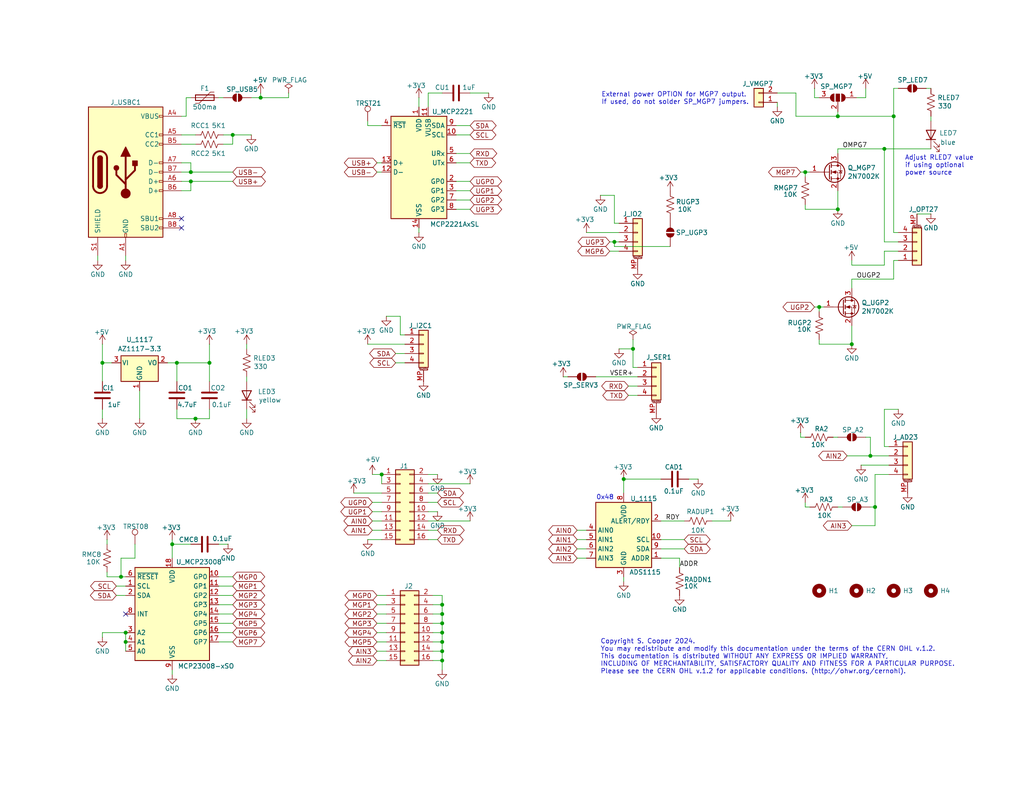
<source format=kicad_sch>
(kicad_sch (version 20231120) (generator "eeschema") (generator_version "8.0")
  (paper "USLetter")
  (title_block (title "UsbGpio") (date "2024-10-06") (rev "1b"))
  (junction (at 120.65 170.18))
  (junction (at 48.26 99.06))
  (junction (at 57.15 99.06))
  (junction (at 52.07 46.99))
  (junction (at 243.84 31.75))
  (junction (at 238.76 138.43))
  (junction (at 33.02 157.48))
  (junction (at 71.12 26.67))
  (junction (at 120.65 167.64))
  (junction (at 223.52 83.82))
  (junction (at 27.94 99.06))
  (junction (at 120.65 172.72))
  (junction (at 172.72 95.25))
  (junction (at 228.6 57.15))
  (junction (at 120.65 165.1))
  (junction (at 53.34 114.3))
  (junction (at 120.65 175.26))
  (junction (at 34.29 175.26))
  (junction (at 219.71 46.99))
  (junction (at 241.3 40.64))
  (junction (at 120.65 180.34))
  (junction (at 237.49 124.46))
  (junction (at 46.99 148.59))
  (junction (at 52.07 49.53))
  (junction (at 104.14 129.54))
  (junction (at 63.5 36.83))
  (junction (at 232.41 93.98))
  (junction (at 34.29 172.72))
  (junction (at 170.18 130.81))
  (junction (at 167.64 66.04))
  (junction (at 120.65 177.8))
  (junction (at 228.6 31.75))
  (no_connect (at 34.29 167.64))
  (no_connect (at 49.53 59.69))
  (no_connect (at 49.53 62.23))
  (wire (pts (xy 167.64 66.04) (xy 168.91 66.04)))
  (wire (pts (xy 114.3 26.67) (xy 114.3 29.21)))
  (wire (pts (xy 27.94 111.76) (xy 27.94 114.3)))
  (wire (pts (xy 48.26 99.06) (xy 57.15 99.06)))
  (wire (pts (xy 34.29 172.72) (xy 27.94 172.72)))
  (wire (pts (xy 254 31.75) (xy 254 33.02)))
  (wire (pts (xy 157.48 149.86) (xy 160.02 149.86)))
  (wire (pts (xy 166.37 68.58) (xy 168.91 68.58)))
  (wire (pts (xy 157.48 147.32) (xy 160.02 147.32)))
  (wire (pts (xy 241.3 40.64) (xy 241.3 66.04)))
  (wire (pts (xy 124.46 54.61) (xy 128.27 54.61)))
  (wire (pts (xy 160.02 63.5) (xy 168.91 63.5)))
  (wire (pts (xy 167.64 66.04) (xy 167.64 67.31)))
  (wire (pts (xy 241.3 68.58) (xy 241.3 72.39)))
  (wire (pts (xy 232.41 143.51) (xy 238.76 143.51)))
  (wire (pts (xy 120.65 25.4) (xy 116.84 25.4)))
  (wire (pts (xy 67.31 111.76) (xy 67.31 114.3)))
  (wire (pts (xy 33.02 157.48) (xy 33.02 152.4)))
  (wire (pts (xy 59.69 167.64) (xy 63.5 167.64)))
  (wire (pts (xy 219.71 138.43) (xy 220.98 138.43)))
  (wire (pts (xy 34.29 157.48) (xy 33.02 157.48)))
  (wire (pts (xy 120.65 177.8) (xy 120.65 180.34)))
  (wire (pts (xy 128.27 25.4) (xy 133.35 25.4)))
  (wire (pts (xy 49.53 31.75) (xy 50.8 31.75)))
  (wire (pts (xy 78.74 26.67) (xy 78.74 25.4)))
  (wire (pts (xy 124.46 34.29) (xy 128.27 34.29)))
  (wire (pts (xy 60.96 36.83) (xy 63.5 36.83)))
  (wire (pts (xy 241.3 40.64) (xy 254 40.64)))
  (wire (pts (xy 59.69 160.02) (xy 63.5 160.02)))
  (wire (pts (xy 118.11 167.64) (xy 120.65 167.64)))
  (wire (pts (xy 26.67 69.85) (xy 26.67 71.12)))
  (wire (pts (xy 36.83 152.4) (xy 36.83 148.59)))
  (wire (pts (xy 219.71 57.15) (xy 228.6 57.15)))
  (wire (pts (xy 118.11 172.72) (xy 120.65 172.72)))
  (wire (pts (xy 114.3 62.23) (xy 114.3 63.5)))
  (wire (pts (xy 243.84 71.12) (xy 245.11 71.12)))
  (wire (pts (xy 101.6 144.78) (xy 104.14 144.78)))
  (wire (pts (xy 124.46 44.45) (xy 128.27 44.45)))
  (wire (pts (xy 63.5 36.83) (xy 68.58 36.83)))
  (wire (pts (xy 243.84 24.13) (xy 245.11 24.13)))
  (wire (pts (xy 172.72 100.33) (xy 172.72 95.25)))
  (wire (pts (xy 153.67 102.87) (xy 154.94 102.87)))
  (wire (pts (xy 231.14 124.46) (xy 237.49 124.46)))
  (wire (pts (xy 120.65 175.26) (xy 120.65 177.8)))
  (wire (pts (xy 104.14 129.54) (xy 104.14 132.08)))
  (wire (pts (xy 49.53 46.99) (xy 52.07 46.99)))
  (wire (pts (xy 96.52 134.62) (xy 104.14 134.62)))
  (wire (pts (xy 67.31 102.87) (xy 67.31 104.14)))
  (wire (pts (xy 71.12 26.67) (xy 78.74 26.67)))
  (wire (pts (xy 212.09 27.94) (xy 212.09 29.21)))
  (wire (pts (xy 53.34 114.3) (xy 57.15 114.3)))
  (wire (pts (xy 50.8 26.67) (xy 52.07 26.67)))
  (wire (pts (xy 105.41 170.18) (xy 102.87 170.18)))
  (wire (pts (xy 50.8 31.75) (xy 50.8 26.67)))
  (wire (pts (xy 105.41 177.8) (xy 102.87 177.8)))
  (wire (pts (xy 223.52 93.98) (xy 232.41 93.98)))
  (wire (pts (xy 234.95 127) (xy 242.57 127)))
  (wire (pts (xy 223.52 26.67) (xy 222.25 26.67)))
  (wire (pts (xy 107.95 99.06) (xy 110.49 99.06)))
  (wire (pts (xy 101.6 129.54) (xy 104.14 129.54)))
  (wire (pts (xy 116.84 147.32) (xy 119.38 147.32)))
  (wire (pts (xy 101.6 139.7) (xy 104.14 139.7)))
  (wire (pts (xy 29.21 147.32) (xy 29.21 148.59)))
  (wire (pts (xy 238.76 129.54) (xy 238.76 138.43)))
  (wire (pts (xy 49.53 52.07) (xy 52.07 52.07)))
  (wire (pts (xy 236.22 119.38) (xy 237.49 119.38)))
  (wire (pts (xy 100.33 93.98) (xy 110.49 93.98)))
  (wire (pts (xy 166.37 66.04) (xy 167.64 66.04)))
  (wire (pts (xy 120.65 170.18) (xy 120.65 172.72)))
  (wire (pts (xy 222.25 83.82) (xy 223.52 83.82)))
  (wire (pts (xy 237.49 119.38) (xy 237.49 124.46)))
  (wire (pts (xy 116.84 132.08) (xy 128.27 132.08)))
  (wire (pts (xy 228.6 30.48) (xy 228.6 31.75)))
  (wire (pts (xy 170.18 157.48) (xy 170.18 158.75)))
  (wire (pts (xy 52.07 44.45) (xy 52.07 46.99)))
  (wire (pts (xy 118.11 162.56) (xy 120.65 162.56)))
  (wire (pts (xy 217.17 25.4) (xy 217.17 31.75)))
  (wire (pts (xy 242.57 121.92) (xy 241.3 121.92)))
  (wire (pts (xy 68.58 26.67) (xy 71.12 26.67)))
  (wire (pts (xy 48.26 111.76) (xy 48.26 114.3)))
  (wire (pts (xy 233.68 26.67) (xy 236.22 26.67)))
  (wire (pts (xy 243.84 71.12) (xy 243.84 76.2)))
  (wire (pts (xy 168.91 95.25) (xy 172.72 95.25)))
  (wire (pts (xy 34.29 172.72) (xy 34.29 175.26)))
  (wire (pts (xy 223.52 85.09) (xy 223.52 83.82)))
  (wire (pts (xy 243.84 31.75) (xy 243.84 24.13)))
  (wire (pts (xy 102.87 46.99) (xy 104.14 46.99)))
  (wire (pts (xy 241.3 111.76) (xy 245.11 111.76)))
  (wire (pts (xy 232.41 72.39) (xy 232.41 71.12)))
  (wire (pts (xy 49.53 36.83) (xy 53.34 36.83)))
  (wire (pts (xy 250.19 58.42) (xy 254 58.42)))
  (wire (pts (xy 101.6 142.24) (xy 104.14 142.24)))
  (wire (pts (xy 49.53 49.53) (xy 52.07 49.53)))
  (wire (pts (xy 232.41 88.9) (xy 232.41 93.98)))
  (wire (pts (xy 101.6 137.16) (xy 104.14 137.16)))
  (wire (pts (xy 212.09 25.4) (xy 217.17 25.4)))
  (wire (pts (xy 105.41 167.64) (xy 102.87 167.64)))
  (wire (pts (xy 232.41 76.2) (xy 243.84 76.2)))
  (wire (pts (xy 52.07 49.53) (xy 52.07 52.07)))
  (wire (pts (xy 218.44 119.38) (xy 218.44 118.11)))
  (wire (pts (xy 31.75 160.02) (xy 34.29 160.02)))
  (wire (pts (xy 194.31 142.24) (xy 199.39 142.24)))
  (wire (pts (xy 30.48 99.06) (xy 27.94 99.06)))
  (wire (pts (xy 116.84 142.24) (xy 128.27 142.24)))
  (wire (pts (xy 105.41 175.26) (xy 102.87 175.26)))
  (wire (pts (xy 120.65 167.64) (xy 120.65 170.18)))
  (wire (pts (xy 57.15 99.06) (xy 57.15 93.98)))
  (wire (pts (xy 118.11 165.1) (xy 120.65 165.1)))
  (wire (pts (xy 185.42 152.4) (xy 185.42 154.94)))
  (wire (pts (xy 45.72 99.06) (xy 48.26 99.06)))
  (wire (pts (xy 170.18 130.81) (xy 180.34 130.81)))
  (wire (pts (xy 167.64 67.31) (xy 182.88 67.31)))
  (wire (pts (xy 180.34 149.86) (xy 186.69 149.86)))
  (wire (pts (xy 59.69 165.1) (xy 63.5 165.1)))
  (wire (pts (xy 116.84 144.78) (xy 119.38 144.78)))
  (wire (pts (xy 157.48 152.4) (xy 160.02 152.4)))
  (wire (pts (xy 105.41 162.56) (xy 102.87 162.56)))
  (wire (pts (xy 228.6 40.64) (xy 241.3 40.64)))
  (wire (pts (xy 171.45 105.41) (xy 173.99 105.41)))
  (wire (pts (xy 120.65 180.34) (xy 120.65 182.88)))
  (wire (pts (xy 109.22 91.44) (xy 109.22 86.36)))
  (wire (pts (xy 59.69 162.56) (xy 63.5 162.56)))
  (wire (pts (xy 173.99 100.33) (xy 172.72 100.33)))
  (wire (pts (xy 187.96 130.81) (xy 190.5 130.81)))
  (wire (pts (xy 31.75 162.56) (xy 34.29 162.56)))
  (wire (pts (xy 124.46 36.83) (xy 128.27 36.83)))
  (wire (pts (xy 116.84 134.62) (xy 119.38 134.62)))
  (wire (pts (xy 27.94 93.98) (xy 27.94 99.06)))
  (wire (pts (xy 59.69 26.67) (xy 60.96 26.67)))
  (wire (pts (xy 232.41 72.39) (xy 241.3 72.39)))
  (wire (pts (xy 49.53 39.37) (xy 53.34 39.37)))
  (wire (pts (xy 238.76 138.43) (xy 238.76 143.51)))
  (wire (pts (xy 48.26 99.06) (xy 48.26 104.14)))
  (wire (pts (xy 232.41 76.2) (xy 232.41 78.74)))
  (wire (pts (xy 118.11 175.26) (xy 120.65 175.26)))
  (wire (pts (xy 34.29 175.26) (xy 34.29 177.8)))
  (wire (pts (xy 243.84 31.75) (xy 243.84 63.5)))
  (wire (pts (xy 118.11 180.34) (xy 120.65 180.34)))
  (wire (pts (xy 105.41 172.72) (xy 102.87 172.72)))
  (wire (pts (xy 27.94 172.72) (xy 27.94 173.99)))
  (wire (pts (xy 27.94 99.06) (xy 27.94 104.14)))
  (wire (pts (xy 238.76 138.43) (xy 237.49 138.43)))
  (wire (pts (xy 252.73 24.13) (xy 254 24.13)))
  (wire (pts (xy 236.22 26.67) (xy 236.22 24.13)))
  (wire (pts (xy 180.34 142.24) (xy 186.69 142.24)))
  (wire (pts (xy 57.15 114.3) (xy 57.15 111.76)))
  (wire (pts (xy 120.65 172.72) (xy 120.65 175.26)))
  (wire (pts (xy 224.79 83.82) (xy 223.52 83.82)))
  (wire (pts (xy 59.69 170.18) (xy 63.5 170.18)))
  (wire (pts (xy 219.71 48.26) (xy 219.71 46.99)))
  (wire (pts (xy 104.14 34.29) (xy 100.33 34.29)))
  (wire (pts (xy 67.31 93.98) (xy 67.31 95.25)))
  (wire (pts (xy 170.18 130.81) (xy 170.18 134.62)))
  (wire (pts (xy 116.84 25.4) (xy 116.84 29.21)))
  (wire (pts (xy 105.41 165.1) (xy 102.87 165.1)))
  (wire (pts (xy 120.65 162.56) (xy 120.65 165.1)))
  (wire (pts (xy 228.6 40.64) (xy 228.6 41.91)))
  (wire (pts (xy 219.71 55.88) (xy 219.71 57.15)))
  (wire (pts (xy 46.99 148.59) (xy 46.99 152.4)))
  (wire (pts (xy 124.46 41.91) (xy 128.27 41.91)))
  (wire (pts (xy 228.6 52.07) (xy 228.6 57.15)))
  (wire (pts (xy 105.41 180.34) (xy 102.87 180.34)))
  (wire (pts (xy 227.33 119.38) (xy 228.6 119.38)))
  (wire (pts (xy 46.99 182.88) (xy 46.99 184.15)))
  (wire (pts (xy 218.44 119.38) (xy 219.71 119.38)))
  (wire (pts (xy 222.25 26.67) (xy 222.25 24.13)))
  (wire (pts (xy 60.96 39.37) (xy 63.5 39.37)))
  (wire (pts (xy 172.72 92.71) (xy 172.72 95.25)))
  (wire (pts (xy 29.21 157.48) (xy 29.21 156.21)))
  (wire (pts (xy 219.71 137.16) (xy 219.71 138.43)))
  (wire (pts (xy 38.1 106.68) (xy 38.1 114.3)))
  (wire (pts (xy 237.49 124.46) (xy 242.57 124.46)))
  (wire (pts (xy 116.84 139.7) (xy 119.38 139.7)))
  (wire (pts (xy 46.99 148.59) (xy 52.07 148.59)))
  (wire (pts (xy 59.69 157.48) (xy 63.5 157.48)))
  (wire (pts (xy 241.3 68.58) (xy 245.11 68.58)))
  (wire (pts (xy 110.49 91.44) (xy 109.22 91.44)))
  (wire (pts (xy 220.98 46.99) (xy 219.71 46.99)))
  (wire (pts (xy 171.45 107.95) (xy 173.99 107.95)))
  (wire (pts (xy 71.12 25.4) (xy 71.12 26.67)))
  (wire (pts (xy 59.69 175.26) (xy 63.5 175.26)))
  (wire (pts (xy 223.52 92.71) (xy 223.52 93.98)))
  (wire (pts (xy 124.46 57.15) (xy 128.27 57.15)))
  (wire (pts (xy 63.5 36.83) (xy 63.5 39.37)))
  (wire (pts (xy 243.84 63.5) (xy 245.11 63.5)))
  (wire (pts (xy 49.53 44.45) (xy 52.07 44.45)))
  (wire (pts (xy 100.33 147.32) (xy 104.14 147.32)))
  (wire (pts (xy 118.11 177.8) (xy 120.65 177.8)))
  (wire (pts (xy 241.3 66.04) (xy 245.11 66.04)))
  (wire (pts (xy 167.64 60.96) (xy 167.64 53.34)))
  (wire (pts (xy 116.84 137.16) (xy 119.38 137.16)))
  (wire (pts (xy 33.02 152.4) (xy 36.83 152.4)))
  (wire (pts (xy 29.21 157.48) (xy 33.02 157.48)))
  (wire (pts (xy 46.99 147.32) (xy 46.99 148.59)))
  (wire (pts (xy 48.26 114.3) (xy 53.34 114.3)))
  (wire (pts (xy 59.69 172.72) (xy 63.5 172.72)))
  (wire (pts (xy 168.91 60.96) (xy 167.64 60.96)))
  (wire (pts (xy 107.95 96.52) (xy 110.49 96.52)))
  (wire (pts (xy 118.11 170.18) (xy 120.65 170.18)))
  (wire (pts (xy 120.65 165.1) (xy 120.65 167.64)))
  (wire (pts (xy 124.46 52.07) (xy 128.27 52.07)))
  (wire (pts (xy 241.3 121.92) (xy 241.3 111.76)))
  (wire (pts (xy 105.41 86.36) (xy 109.22 86.36)))
  (wire (pts (xy 116.84 129.54) (xy 119.38 129.54)))
  (wire (pts (xy 238.76 129.54) (xy 242.57 129.54)))
  (wire (pts (xy 180.34 147.32) (xy 186.69 147.32)))
  (wire (pts (xy 157.48 144.78) (xy 160.02 144.78)))
  (wire (pts (xy 124.46 49.53) (xy 128.27 49.53)))
  (wire (pts (xy 218.44 46.99) (xy 219.71 46.99)))
  (wire (pts (xy 102.87 44.45) (xy 104.14 44.45)))
  (wire (pts (xy 228.6 138.43) (xy 229.87 138.43)))
  (wire (pts (xy 52.07 49.53) (xy 63.5 49.53)))
  (wire (pts (xy 52.07 46.99) (xy 63.5 46.99)))
  (wire (pts (xy 57.15 99.06) (xy 57.15 104.14)))
  (wire (pts (xy 100.33 34.29) (xy 100.33 33.02)))
  (wire (pts (xy 180.34 152.4) (xy 185.42 152.4)))
  (wire (pts (xy 217.17 31.75) (xy 228.6 31.75)))
  (wire (pts (xy 34.29 69.85) (xy 34.29 71.12)))
  (wire (pts (xy 162.56 102.87) (xy 173.99 102.87)))
  (wire (pts (xy 163.83 53.34) (xy 167.64 53.34)))
  (wire (pts (xy 228.6 31.75) (xy 243.84 31.75)))
  (wire (pts (xy 59.69 148.59) (xy 62.23 148.59)))
  (text "External power OPTION for MGP7 output.\nIf used, do not solder SP_MGP7 jumpers." (at 164.084 28.702 0) (effects (font (size 1.27 1.27)) (justify left bottom)))
  (text "0x48" (at 165.1 135.89 0) (effects (font (size 1.27 1.27))))
  (text "Adjust RLED7 value\nif using optional\npower source" (at 246.888 48.006 0) (effects (font (size 1.27 1.27)) (justify left bottom)))
  (text "Copyright S. Cooper 2024.\nYou may redistribute and modify this documentation under the terms of the CERN OHL v.1.2.\nThis documentation is distributed WITHOUT ANY EXPRESS OR IMPLIED WARRANTY, \nINCLUDING OF MERCHANTABILITY, SATISFACTORY QUALITY AND FITNESS FOR A PARTICULAR PURPOSE.\nPlease see the CERN OHL v.1.2 for applicable conditions. (http://ohwr.org/cernohl)." (at 163.83 184.15 0) (effects (font (size 1.27 1.27)) (justify left bottom)))
  (label "OMPG7" (at 229.87 40.64 0))
  (label "ADDR" (at 185.42 154.94 0))
  (label "VSER+" (at 166.37 102.87 0))
  (label "RDY" (at 181.61 142.24 0))
  (label "OUGP2" (at 233.68 76.2 0))
  (global_label "SDA" (shape bidirectional) (at 31.75 162.56 180) (property "Intersheetrefs" "${INTERSHEET_REFS}" (effects (hide yes))))
  (global_label "SDA" (shape bidirectional) (at 128.27 34.29 0) (property "Intersheetrefs" "${INTERSHEET_REFS}" (effects (hide yes))))
  (global_label "AIN3" (shape bidirectional) (at 232.41 143.51 180) (property "Intersheetrefs" "${INTERSHEET_REFS}" (effects (hide yes))))
  (global_label "TXD" (shape bidirectional) (at 171.45 107.95 180) (property "Intersheetrefs" "${INTERSHEET_REFS}" (effects (hide yes))))
  (global_label "AIN2" (shape bidirectional) (at 102.87 180.34 180) (property "Intersheetrefs" "${INTERSHEET_REFS}" (effects (hide yes))))
  (global_label "AIN3" (shape bidirectional) (at 157.48 152.4 180) (property "Intersheetrefs" "${INTERSHEET_REFS}" (effects (hide yes))))
  (global_label "SCL" (shape bidirectional) (at 119.38 137.16 0) (property "Intersheetrefs" "${INTERSHEET_REFS}" (effects (hide yes))))
  (global_label "MGP7" (shape bidirectional) (at 218.44 46.99 180) (property "Intersheetrefs" "${INTERSHEET_REFS}" (effects (hide yes))))
  (global_label "MGP1" (shape bidirectional) (at 102.87 165.1 180) (property "Intersheetrefs" "${INTERSHEET_REFS}" (effects (hide yes))))
  (global_label "USB-" (shape bidirectional) (at 102.87 46.99 180) (property "Intersheetrefs" "${INTERSHEET_REFS}" (effects (hide yes))))
  (global_label "AIN1" (shape bidirectional) (at 101.6 144.78 180) (property "Intersheetrefs" "${INTERSHEET_REFS}" (effects (hide yes))))
  (global_label "UGP1" (shape bidirectional) (at 128.27 52.07 0) (property "Intersheetrefs" "${INTERSHEET_REFS}" (effects (hide yes))))
  (global_label "USB-" (shape bidirectional) (at 63.5 46.99 0) (property "Intersheetrefs" "${INTERSHEET_REFS}" (effects (hide yes))))
  (global_label "AIN0" (shape bidirectional) (at 157.48 144.78 180) (property "Intersheetrefs" "${INTERSHEET_REFS}" (effects (hide yes))))
  (global_label "UGP3" (shape bidirectional) (at 166.37 66.04 180) (property "Intersheetrefs" "${INTERSHEET_REFS}" (effects (hide yes))))
  (global_label "UGP0" (shape bidirectional) (at 128.27 49.53 0) (property "Intersheetrefs" "${INTERSHEET_REFS}" (effects (hide yes))))
  (global_label "TXD" (shape bidirectional) (at 119.38 147.32 0) (property "Intersheetrefs" "${INTERSHEET_REFS}" (effects (hide yes))))
  (global_label "UGP2" (shape bidirectional) (at 222.25 83.82 180) (property "Intersheetrefs" "${INTERSHEET_REFS}" (effects (hide yes))))
  (global_label "MGP7" (shape bidirectional) (at 63.5 175.26 0) (property "Intersheetrefs" "${INTERSHEET_REFS}" (effects (hide yes))))
  (global_label "AIN2" (shape bidirectional) (at 157.48 149.86 180) (property "Intersheetrefs" "${INTERSHEET_REFS}" (effects (hide yes))))
  (global_label "MGP4" (shape bidirectional) (at 102.87 172.72 180) (property "Intersheetrefs" "${INTERSHEET_REFS}" (effects (hide yes))))
  (global_label "AIN2" (shape bidirectional) (at 231.14 124.46 180) (property "Intersheetrefs" "${INTERSHEET_REFS}" (effects (hide yes))))
  (global_label "SCL" (shape bidirectional) (at 31.75 160.02 180) (property "Intersheetrefs" "${INTERSHEET_REFS}" (effects (hide yes))))
  (global_label "MGP0" (shape bidirectional) (at 63.5 157.48 0) (property "Intersheetrefs" "${INTERSHEET_REFS}" (effects (hide yes))))
  (global_label "SDA" (shape bidirectional) (at 186.69 149.86 0) (property "Intersheetrefs" "${INTERSHEET_REFS}" (effects (hide yes))))
  (global_label "MGP5" (shape bidirectional) (at 63.5 170.18 0) (property "Intersheetrefs" "${INTERSHEET_REFS}" (effects (hide yes))))
  (global_label "AIN0" (shape bidirectional) (at 101.6 142.24 180) (property "Intersheetrefs" "${INTERSHEET_REFS}" (effects (hide yes))))
  (global_label "UGP1" (shape bidirectional) (at 101.6 139.7 180) (property "Intersheetrefs" "${INTERSHEET_REFS}" (effects (hide yes))))
  (global_label "UGP0" (shape bidirectional) (at 101.6 137.16 180) (property "Intersheetrefs" "${INTERSHEET_REFS}" (effects (hide yes))))
  (global_label "RXD" (shape bidirectional) (at 171.45 105.41 180) (property "Intersheetrefs" "${INTERSHEET_REFS}" (effects (hide yes))))
  (global_label "UGP2" (shape bidirectional) (at 128.27 54.61 0) (property "Intersheetrefs" "${INTERSHEET_REFS}" (effects (hide yes))))
  (global_label "MGP2" (shape bidirectional) (at 102.87 167.64 180) (property "Intersheetrefs" "${INTERSHEET_REFS}" (effects (hide yes))))
  (global_label "RXD" (shape bidirectional) (at 119.38 144.78 0) (property "Intersheetrefs" "${INTERSHEET_REFS}" (effects (hide yes))))
  (global_label "MGP6" (shape bidirectional) (at 63.5 172.72 0) (property "Intersheetrefs" "${INTERSHEET_REFS}" (effects (hide yes))))
  (global_label "MGP1" (shape bidirectional) (at 63.5 160.02 0) (property "Intersheetrefs" "${INTERSHEET_REFS}" (effects (hide yes))))
  (global_label "MGP3" (shape bidirectional) (at 102.87 170.18 180) (property "Intersheetrefs" "${INTERSHEET_REFS}" (effects (hide yes))))
  (global_label "AIN1" (shape bidirectional) (at 157.48 147.32 180) (property "Intersheetrefs" "${INTERSHEET_REFS}" (effects (hide yes))))
  (global_label "SCL" (shape bidirectional) (at 186.69 147.32 0) (property "Intersheetrefs" "${INTERSHEET_REFS}" (effects (hide yes))))
  (global_label "SDA" (shape bidirectional) (at 119.38 134.62 0) (property "Intersheetrefs" "${INTERSHEET_REFS}" (effects (hide yes))))
  (global_label "SCL" (shape bidirectional) (at 128.27 36.83 0) (property "Intersheetrefs" "${INTERSHEET_REFS}" (effects (hide yes))))
  (global_label "MGP6" (shape bidirectional) (at 166.37 68.58 180) (property "Intersheetrefs" "${INTERSHEET_REFS}" (effects (hide yes))))
  (global_label "MGP5" (shape bidirectional) (at 102.87 175.26 180) (property "Intersheetrefs" "${INTERSHEET_REFS}" (effects (hide yes))))
  (global_label "USB+" (shape bidirectional) (at 63.5 49.53 0) (property "Intersheetrefs" "${INTERSHEET_REFS}" (effects (hide yes))))
  (global_label "MGP2" (shape bidirectional) (at 63.5 162.56 0) (property "Intersheetrefs" "${INTERSHEET_REFS}" (effects (hide yes))))
  (global_label "UGP3" (shape bidirectional) (at 128.27 57.15 0) (property "Intersheetrefs" "${INTERSHEET_REFS}" (effects (hide yes))))
  (global_label "RXD" (shape bidirectional) (at 128.27 41.91 0) (property "Intersheetrefs" "${INTERSHEET_REFS}" (effects (hide yes))))
  (global_label "MGP3" (shape bidirectional) (at 63.5 165.1 0) (property "Intersheetrefs" "${INTERSHEET_REFS}" (effects (hide yes))))
  (global_label "SDA" (shape bidirectional) (at 107.95 96.52 180) (property "Intersheetrefs" "${INTERSHEET_REFS}" (effects (hide yes))))
  (global_label "MGP4" (shape bidirectional) (at 63.5 167.64 0) (property "Intersheetrefs" "${INTERSHEET_REFS}" (effects (hide yes))))
  (global_label "MGP0" (shape bidirectional) (at 102.87 162.56 180) (property "Intersheetrefs" "${INTERSHEET_REFS}" (effects (hide yes))))
  (global_label "USB+" (shape bidirectional) (at 102.87 44.45 180) (property "Intersheetrefs" "${INTERSHEET_REFS}" (effects (hide yes))))
  (global_label "TXD" (shape bidirectional) (at 128.27 44.45 0) (property "Intersheetrefs" "${INTERSHEET_REFS}" (effects (hide yes))))
  (global_label "AIN3" (shape bidirectional) (at 102.87 177.8 180) (property "Intersheetrefs" "${INTERSHEET_REFS}" (effects (hide yes))))
  (global_label "SCL" (shape bidirectional) (at 107.95 99.06 180) (property "Intersheetrefs" "${INTERSHEET_REFS}" (effects (hide yes))))
  (symbol (lib_id "Mechanical:MountingHole") (at 223.52 161.29 0) (unit 1)
    (property "Reference" "H1" (at 226.06 161.29 0) (effects (justify left)))
    (property "Value" "MountingHole" (effects (hide yes)))
    (property "Footprint" "MountingHole:MountingHole_3.2mm_M3" (effects (hide yes)))
  )
  (symbol (lib_id "Mechanical:MountingHole") (at 233.68 161.29 0) (unit 1)
    (property "Reference" "H2" (at 236.22 161.29 0) (effects (justify left)))
    (property "Value" "MountingHole" (effects (hide yes)))
    (property "Footprint" "MountingHole:MountingHole_3.2mm_M3" (effects (hide yes)))
  )
  (symbol (lib_id "Connector_Generic_MountingPin:Conn_01x04_MountingPin") (at 173.99 63.5 0) (unit 1)
    (property "Reference" "J_IO2" (at 169.926 58.42 0) (effects (justify left)))
    (property "Value" "Conn_01x04_MountingPin" (effects (hide yes)))
    (property "Footprint" "Connector_JST:JST_SH_SM04B-SRSS-TB_1x04-1MP_P1.00mm_Horizontal" (effects (hide yes)))
    (property "Description" "Generic connectable mounting pin connector, single row, 01x04, script generated (kicad-library-utils/schlib/autogen/connector/)" (effects (hide yes)))
    (property "Digi-Key_PN" "455-SM04B-SRSS-TBCT-ND" (effects (hide yes)))
    (property "Manufacturer Part#" "SM04B-SRSS-TB" (effects (hide yes)))
  )
  (symbol (lib_id "power:+5V") (at 101.6 129.54 0) (unit 1)
    (property "Reference" "#PWR037" (effects (hide yes)))
    (property "Value" "+5V" (at 101.6 125.476 0))
    (property "Description" "Power symbol creates a global label with name \"+5V\"" (effects (hide yes)))
  )
  (symbol (lib_name "GND_2") (lib_id "power:GND") (at 254 58.42 0) (unit 1)
    (property "Reference" "#PWR028" (effects (hide yes)))
    (property "Value" "GND" (at 254 62.23 0))
    (property "Description" "Power symbol creates a global label with name \"GND\" , ground" (effects (hide yes)))
  )
  (symbol (lib_name "+5V_1") (lib_id "power:+5V") (at 236.22 24.13 0) (unit 1)
    (property "Reference" "#PWR026" (effects (hide yes)))
    (property "Value" "+5V" (at 235.966 20.828 0))
    (property "Description" "Power symbol creates a global label with name \"+5V\"" (effects (hide yes)))
  )
  (symbol (lib_id "Device:C") (at 184.15 130.81 270) (mirror x) (unit 1)
    (property "Reference" "CAD1" (at 181.356 127.508 90) (effects (justify left)))
    (property "Value" "0.1uF" (at 181.102 134.112 90) (effects (justify left)))
    (property "Footprint" "Capacitor_SMD:C_0805_2012Metric_Pad1.18x1.45mm_HandSolder" (effects (hide yes)))
    (property "Digi-Key_PN" "399-C0805C104K3RAC7800CT-ND" (effects (hide yes)))
    (property "Manufacturer Part#" "C0805C104K3RAC7800" (effects (hide yes)))
  )
  (symbol (lib_name "GND_2") (lib_id "power:GND") (at 234.95 127 0) (unit 1)
    (property "Reference" "#PWR022" (effects (hide yes)))
    (property "Value" "GND" (at 234.95 130.81 0))
    (property "Description" "Power symbol creates a global label with name \"GND\" , ground" (effects (hide yes)))
  )
  (symbol (lib_name "GND_2") (lib_id "power:GND") (at 212.09 29.21 0) (unit 1)
    (property "Reference" "#PWR049" (effects (hide yes)))
    (property "Value" "GND" (at 212.09 33.02 0))
    (property "Description" "Power symbol creates a global label with name \"GND\" , ground" (effects (hide yes)))
  )
  (symbol (lib_name "GND_2") (lib_id "power:GND") (at 114.3 63.5 0) (unit 1)
    (property "Reference" "#PWR02" (effects (hide yes)))
    (property "Value" "GND" (at 114.3 67.31 0))
    (property "Description" "Power symbol creates a global label with name \"GND\" , ground" (effects (hide yes)))
  )
  (symbol (lib_id "Jumper:SolderJumper_2_Open") (at 248.92 24.13 0) (unit 1) (exclude_from_sim yes) (in_bom no)
    (property "Reference" "SP_LED7" (at 244.856 21.844 0) (effects (justify left)))
    (property "Value" "SolderJumper_2_Open" (effects (hide yes)))
    (property "Footprint" "Jumper:SolderJumper-2_P1.3mm_Open_Pad1.0x1.5mm" (effects (hide yes)))
    (property "Description" "Solder Jumper, 2-pole, open" (effects (hide yes)))
  )
  (symbol (lib_name "GND_2") (lib_id "power:GND") (at 173.99 73.66 0) (unit 1)
    (property "Reference" "#PWR035" (effects (hide yes)))
    (property "Value" "GND" (at 173.99 77.47 0))
    (property "Description" "Power symbol creates a global label with name \"GND\" , ground" (effects (hide yes)))
  )
  (symbol (lib_name "GND_2") (lib_id "power:GND") (at 115.57 104.14 0) (unit 1)
    (property "Reference" "#PWR029" (effects (hide yes)))
    (property "Value" "GND" (at 115.57 107.95 0))
    (property "Description" "Power symbol creates a global label with name \"GND\" , ground" (effects (hide yes)))
  )
  (symbol (lib_id "Device:R_US") (at 223.52 88.9 0) (unit 1)
    (property "Reference" "RUGP2" (at 218.186 88.138 0))
    (property "Value" "10K" (at 219.456 89.916 0))
    (property "Footprint" "Resistor_SMD:R_0805_2012Metric_Pad1.20x1.40mm_HandSolder" (effects (hide yes)))
    (property "Digi-Key_PN" "311-10KLGCT-ND" (effects (hide yes)))
    (property "Manufacturer Part#" "AC0805FR-0710KL" (effects (hide yes)))
  )
  (symbol (lib_id "Device:R_US") (at 182.88 55.88 0) (unit 1)
    (property "Reference" "RUGP3" (at 184.404 55.118 0) (effects (justify left)))
    (property "Value" "10K" (at 184.912 57.15 0) (effects (justify left)))
    (property "Footprint" "Resistor_SMD:R_0805_2012Metric_Pad1.20x1.40mm_HandSolder" (effects (hide yes)))
    (property "Digi-Key_PN" "311-10KLGCT-ND" (effects (hide yes)))
    (property "Manufacturer Part#" "AC0805FR-0710KL" (effects (hide yes)))
  )
  (symbol (lib_name "+3V3_1") (lib_id "power:+3V3") (at 128.27 142.24 0) (unit 1)
    (property "Reference" "#PWR044" (effects (hide yes)))
    (property "Value" "+3V3" (at 127.508 138.938 0))
    (property "Description" "Power symbol creates a global label with name \"+3V3\"" (effects (hide yes)))
  )
  (symbol (lib_name "GND_2") (lib_id "power:GND") (at 53.34 114.3 0) (unit 1)
    (property "Reference" "#PWR019" (effects (hide yes)))
    (property "Value" "GND" (at 53.34 118.11 0))
    (property "Description" "Power symbol creates a global label with name \"GND\" , ground" (effects (hide yes)))
  )
  (symbol (lib_name "GND_2") (lib_id "power:GND") (at 119.38 139.7 0) (unit 1)
    (property "Reference" "#PWR045" (effects (hide yes)))
    (property "Value" "GND" (at 119.38 143.51 0))
    (property "Description" "Power symbol creates a global label with name \"GND\" , ground" (effects (hide yes)))
  )
  (symbol (lib_name "GND_2") (lib_id "power:GND") (at 46.99 184.15 0) (unit 1)
    (property "Reference" "#PWR01" (effects (hide yes)))
    (property "Value" "GND" (at 46.99 187.96 0))
    (property "Description" "Power symbol creates a global label with name \"GND\" , ground" (effects (hide yes)))
  )
  (symbol (lib_id "Connector_Generic_MountingPin:Conn_01x04_MountingPin") (at 250.19 68.58 0) (mirror x) (unit 1)
    (property "Reference" "J_OPT27" (at 247.904 57.15 0) (effects (justify left)))
    (property "Value" "Conn_01x04_MountingPin" (effects (hide yes)))
    (property "Footprint" "Connector_JST:JST_SH_SM04B-SRSS-TB_1x04-1MP_P1.00mm_Horizontal" (effects (hide yes)))
    (property "Description" "Generic connectable mounting pin connector, single row, 01x04, script generated (kicad-library-utils/schlib/autogen/connector/)" (effects (hide yes)))
    (property "Digi-Key_PN" "455-SM04B-SRSS-TBCT-ND" (effects (hide yes)))
    (property "Manufacturer Part#" "SM04B-SRSS-TB" (effects (hide yes)))
  )
  (symbol (lib_name "+3V3_1") (lib_id "power:+3V3") (at 153.67 102.87 0) (unit 1)
    (property "Reference" "#PWR058" (effects (hide yes)))
    (property "Value" "+3V3" (at 153.162 99.314 0))
    (property "Description" "Power symbol creates a global label with name \"+3V3\"" (effects (hide yes)))
  )
  (symbol (lib_id "Device:R_US") (at 254 27.94 180) (unit 1)
    (property "Reference" "RLED7" (at 258.826 26.67 0))
    (property "Value" "330" (at 257.81 28.956 0))
    (property "Footprint" "Resistor_SMD:R_0805_2012Metric" (effects (hide yes)))
    (property "Digi-Key_PN" "311-330CRCT-ND" (effects (hide yes)))
    (property "Manufacturer Part#" "RC0805FR-07330RL" (effects (hide yes)))
  )
  (symbol (lib_id "Jumper:SolderJumper_2_Open") (at 64.77 26.67 0) (unit 1) (exclude_from_sim yes) (in_bom no)
    (property "Reference" "SP_USB5" (at 61.722 24.384 0) (effects (justify left)))
    (property "Value" "SolderJumper_2_Open" (effects (hide yes)))
    (property "Footprint" "Jumper:SolderJumper-2_P1.3mm_Open_Pad1.0x1.5mm" (effects (hide yes)))
    (property "Description" "Solder Jumper, 2-pole, open" (effects (hide yes)))
  )
  (symbol (lib_id "Device:R_US") (at 67.31 99.06 180) (unit 1)
    (property "Reference" "RLED3" (at 72.136 97.79 0))
    (property "Value" "330" (at 71.12 100.076 0))
    (property "Footprint" "Resistor_SMD:R_0805_2012Metric" (effects (hide yes)))
    (property "Digi-Key_PN" "311-330CRCT-ND" (effects (hide yes)))
    (property "Manufacturer Part#" "RC0805FR-07330RL" (effects (hide yes)))
  )
  (symbol (lib_name "+3V3_1") (lib_id "power:+3V3") (at 219.71 137.16 0) (unit 1)
    (property "Reference" "#PWR018" (effects (hide yes)))
    (property "Value" "+3V3" (at 219.456 133.858 0))
    (property "Description" "Power symbol creates a global label with name \"+3V3\"" (effects (hide yes)))
  )
  (symbol (lib_name "GND_2") (lib_id "power:GND") (at 26.67 71.12 0) (unit 1)
    (property "Reference" "#PWR09" (effects (hide yes)))
    (property "Value" "GND" (at 26.67 74.93 0))
    (property "Description" "Power symbol creates a global label with name \"GND\" , ground" (effects (hide yes)))
  )
  (symbol (lib_name "GND_2") (lib_id "power:GND") (at 119.38 129.54 0) (unit 1)
    (property "Reference" "#PWR046" (effects (hide yes)))
    (property "Value" "GND" (at 119.38 133.35 0))
    (property "Description" "Power symbol creates a global label with name \"GND\" , ground" (effects (hide yes)))
  )
  (symbol (lib_id "Device:Polyfuse") (at 55.88 26.67 270) (unit 1)
    (property "Reference" "F1" (at 55.88 24.13 90))
    (property "Value" "500ma" (at 55.88 29.21 90))
    (property "Footprint" "Fuse:Fuse_1812_4532Metric" (effects (hide yes)))
    (property "Digi-Key_PN" "MF-PSMF050X-2CT-ND" (effects (hide yes)))
    (property "Manufacturer Part#" "MF-MSMF050-2" (effects (hide yes)))
  )
  (symbol (lib_name "GND_2") (lib_id "power:GND") (at 185.42 162.56 0) (unit 1)
    (property "Reference" "#PWR055" (effects (hide yes)))
    (property "Value" "GND" (at 185.42 166.37 0))
    (property "Description" "Power symbol creates a global label with name \"GND\" , ground" (effects (hide yes)))
  )
  (symbol (lib_id "Analog_ADC:ADS1115IDGS") (at 170.18 147.32 0) (unit 1)
    (property "Reference" "U_1115" (at 171.958 136.144 0) (effects (justify left)))
    (property "Value" "ADS1115" (at 171.704 156.21 0) (effects (justify left)))
    (property "Footprint" "UsbGpio:MSOP-10_3x3mm_P0.5mm_MOD" (effects (hide yes)))
    (property "Datasheet" "http://www.ti.com/lit/ds/symlink/ads1113.pdf" (effects (hide yes)))
    (property "Description" "Ultra-Small, Low-Power, I2C-Compatible, 860-SPS, 16-Bit ADCs With Internal Reference, Oscillator, and Programmable Comparator, VSSOP-10" (effects (hide yes)))
    (property "Digi-Key_PN" "296-24934-1-ND" (effects (hide yes)))
    (property "Manufacturer Part#" "ADS1115IDGST" (effects (hide yes)))
  )
  (symbol (lib_name "GND_2") (lib_id "power:GND") (at 245.11 111.76 0) (unit 1)
    (property "Reference" "#PWR025" (effects (hide yes)))
    (property "Value" "GND" (at 245.11 115.57 0))
    (property "Description" "Power symbol creates a global label with name \"GND\" , ground" (effects (hide yes)))
  )
  (symbol (lib_name "GND_2") (lib_id "power:GND") (at 133.35 25.4 0) (unit 1)
    (property "Reference" "#PWR013" (effects (hide yes)))
    (property "Value" "GND" (at 133.35 29.21 0))
    (property "Description" "Power symbol creates a global label with name \"GND\" , ground" (effects (hide yes)))
  )
  (symbol (lib_id "Interface_Expansion:MCP23008-xSO") (at 46.99 167.64 0) (unit 1)
    (property "Reference" "U_MCP23008" (at 48.006 153.416 0) (effects (justify left)))
    (property "Value" "MCP23008-xSO" (at 48.514 181.864 0) (effects (justify left)))
    (property "Footprint" "Package_SO:SOIC-18W_7.5x11.6mm_P1.27mm" (effects (hide yes)))
    (property "Datasheet" "http://ww1.microchip.com/downloads/en/DeviceDoc/MCP23008-MCP23S08-Data-Sheet-20001919F.pdf" (effects (hide yes)))
    (property "Description" "8-bit I/O expander, I2C, interrupts, SOIC-18" (effects (hide yes)))
    (property "Digi-Key_PN" "MCP23008T-E/SOCT-ND" (effects (hide yes)))
    (property "Manufacturer Part#" "MCP23008T-E/SO" (effects (hide yes)))
  )
  (symbol (lib_id "Device:C") (at 27.94 107.95 0) (mirror y) (unit 1)
    (property "Reference" "CI1" (at 31.242 105.918 0) (effects (justify left)))
    (property "Value" "1uF" (at 33.02 110.49 0) (effects (justify left)))
    (property "Footprint" "Capacitor_SMD:C_0805_2012Metric_Pad1.18x1.45mm_HandSolder" (effects (hide yes)))
    (property "Digi-Key_PN" "1276-1029-1-ND" (effects (hide yes)))
    (property "Manufacturer Part#" "CL21B105KBFNNNE" (effects (hide yes)))
  )
  (symbol (lib_id "Connector:TestPoint") (at 100.33 33.02 0) (unit 1)
    (property "Reference" "TRST21" (at 97.028 28.194 0) (effects (justify left)))
    (property "Value" "TestPoint" (effects (hide yes)))
    (property "Footprint" "TestPoint:TestPoint_Pad_D2.0mm" (effects (hide yes)))
    (property "Description" "test point" (effects (hide yes)))
  )
  (symbol (lib_id "Connector_Generic_MountingPin:Conn_01x04_MountingPin") (at 115.57 93.98 0) (unit 1)
    (property "Reference" "J_I2C1" (at 111.506 88.9 0) (effects (justify left)))
    (property "Value" "Conn_01x04_MountingPin" (effects (hide yes)))
    (property "Footprint" "Connector_JST:JST_SH_SM04B-SRSS-TB_1x04-1MP_P1.00mm_Horizontal" (effects (hide yes)))
    (property "Description" "Generic connectable mounting pin connector, single row, 01x04, script generated (kicad-library-utils/schlib/autogen/connector/)" (effects (hide yes)))
    (property "Digi-Key_PN" "455-SM04B-SRSS-TBCT-ND" (effects (hide yes)))
    (property "Manufacturer Part#" "SM04B-SRSS-TB" (effects (hide yes)))
  )
  (symbol (lib_id "Connector_Generic_MountingPin:Conn_01x04_MountingPin") (at 179.07 102.87 0) (unit 1)
    (property "Reference" "J_SER1" (at 176.276 97.536 0) (effects (justify left)))
    (property "Value" "Conn_01x04_MountingPin" (effects (hide yes)))
    (property "Footprint" "Connector_JST:JST_SH_SM04B-SRSS-TB_1x04-1MP_P1.00mm_Horizontal" (effects (hide yes)))
    (property "Description" "Generic connectable mounting pin connector, single row, 01x04, script generated (kicad-library-utils/schlib/autogen/connector/)" (effects (hide yes)))
    (property "Digi-Key_PN" "455-SM04B-SRSS-TBCT-ND" (effects (hide yes)))
    (property "Manufacturer Part#" "SM04B-SRSS-TB" (effects (hide yes)))
  )
  (symbol (lib_id "Transistor_FET:2N7002K") (at 229.87 83.82 0) (unit 1)
    (property "Reference" "Q_UGP2" (at 235.0516 82.6516 0) (effects (justify left)))
    (property "Value" "2N7002K" (at 235.0516 84.963 0) (effects (justify left)))
    (property "Footprint" "Package_TO_SOT_SMD:SOT-23_Handsoldering" (effects (hide yes)))
    (property "Datasheet" "https://www.diodes.com/assets/Datasheets/ds30896.pdf" (effects (hide yes)))
    (property "Digi-Key_PN" "2N7002KCT-ND" (effects (hide yes)))
    (property "Manufacturer Part#" "2N7002K" (effects (hide yes)))
  )
  (symbol (lib_id "power:+5V") (at 71.12 25.4 0) (unit 1)
    (property "Reference" "#PWR05" (effects (hide yes)))
    (property "Value" "+5V" (at 70.866 21.844 0))
    (property "Description" "Power symbol creates a global label with name \"+5V\"" (effects (hide yes)))
  )
  (symbol (lib_name "GND_2") (lib_id "power:GND") (at 68.58 36.83 0) (unit 1)
    (property "Reference" "#PWR010" (effects (hide yes)))
    (property "Value" "GND" (at 68.58 40.64 0))
    (property "Description" "Power symbol creates a global label with name \"GND\" , ground" (effects (hide yes)))
  )
  (symbol (lib_name "GND_2") (lib_id "power:GND") (at 163.83 53.34 0) (unit 1)
    (property "Reference" "#PWR031" (effects (hide yes)))
    (property "Value" "GND" (at 163.83 57.15 0))
    (property "Description" "Power symbol creates a global label with name \"GND\" , ground" (effects (hide yes)))
  )
  (symbol (lib_id "Mechanical:MountingHole") (at 243.84 161.29 0) (unit 1)
    (property "Reference" "H3" (at 246.38 161.29 0) (effects (justify left)))
    (property "Value" "MountingHole" (effects (hide yes)))
    (property "Footprint" "MountingHole:MountingHole_3.2mm_M3" (effects (hide yes)))
  )
  (symbol (lib_name "+3V3_1") (lib_id "power:+3V3") (at 96.52 134.62 0) (mirror y) (unit 1)
    (property "Reference" "#PWR048" (effects (hide yes)))
    (property "Value" "+3V3" (at 97.282 131.318 0))
    (property "Description" "Power symbol creates a global label with name \"+3V3\"" (effects (hide yes)))
  )
  (symbol (lib_id "Jumper:SolderJumper_2_Open") (at 158.75 102.87 0) (unit 1) (exclude_from_sim yes) (in_bom no)
    (property "Reference" "SP_SERV3" (at 153.67 105.156 0) (effects (justify left)))
    (property "Value" "SolderJumper_2_Open" (effects (hide yes)))
    (property "Footprint" "Jumper:SolderJumper-2_P1.3mm_Open_Pad1.0x1.5mm" (effects (hide yes)))
    (property "Description" "Solder Jumper, 2-pole, open" (effects (hide yes)))
  )
  (symbol (lib_name "GND_2") (lib_id "power:GND") (at 105.41 86.36 0) (unit 1)
    (property "Reference" "#PWR047" (effects (hide yes)))
    (property "Value" "GND" (at 105.41 90.17 0))
    (property "Description" "Power symbol creates a global label with name \"GND\" , ground" (effects (hide yes)))
  )
  (symbol (lib_name "+3V3_1") (lib_id "power:+3V3") (at 222.25 24.13 0) (unit 1)
    (property "Reference" "#PWR012" (effects (hide yes)))
    (property "Value" "+3V3" (at 221.996 20.828 0))
    (property "Description" "Power symbol creates a global label with name \"+3V3\"" (effects (hide yes)))
  )
  (symbol (lib_name "GND_2") (lib_id "power:GND") (at 100.33 147.32 0) (unit 1)
    (property "Reference" "#PWR033" (effects (hide yes)))
    (property "Value" "GND" (at 100.33 151.13 0))
    (property "Description" "Power symbol creates a global label with name \"GND\" , ground" (effects (hide yes)))
  )
  (symbol (lib_name "GND_2") (lib_id "power:GND") (at 190.5 130.81 0) (unit 1)
    (property "Reference" "#PWR056" (effects (hide yes)))
    (property "Value" "GND" (at 190.5 134.62 0))
    (property "Description" "Power symbol creates a global label with name \"GND\" , ground" (effects (hide yes)))
  )
  (symbol (lib_id "Mechanical:MountingHole") (at 254 161.29 0) (unit 1)
    (property "Reference" "H4" (at 256.54 161.29 0) (effects (justify left)))
    (property "Value" "MountingHole" (effects (hide yes)))
    (property "Footprint" "MountingHole:MountingHole_3.2mm_M3" (effects (hide yes)))
  )
  (symbol (lib_id "Jumper:SolderJumper_2_Open") (at 233.68 138.43 180) (unit 1) (exclude_from_sim yes) (in_bom no)
    (property "Reference" "SP_A3" (at 236.982 136.398 0) (effects (justify left)))
    (property "Value" "SolderJumper_2_Open" (effects (hide yes)))
    (property "Footprint" "Jumper:SolderJumper-2_P1.3mm_Open_Pad1.0x1.5mm" (effects (hide yes)))
    (property "Description" "Solder Jumper, 2-pole, open" (effects (hide yes)))
  )
  (symbol (lib_name "+3V3_1") (lib_id "power:+3V3") (at 29.21 147.32 0) (unit 1)
    (property "Reference" "#PWR039" (effects (hide yes)))
    (property "Value" "+3V3" (at 28.956 144.018 0))
    (property "Description" "Power symbol creates a global label with name \"+3V3\"" (effects (hide yes)))
  )
  (symbol (lib_id "Device:LED") (at 254 36.83 90) (unit 1)
    (property "Reference" "LED7" (at 256.286 36.322 90) (effects (justify right)))
    (property "Value" "blue" (at 256.54 38.862 90) (effects (justify right)))
    (property "Footprint" "LED_SMD:LED_0805_2012Metric_Pad1.15x1.40mm_HandSolder" (effects (hide yes)))
    (property "Description" "Light emitting diode" (effects (hide yes)))
    (property "Digi-Key_PN" "160-1645-1-ND" (effects (hide yes)))
    (property "Manufacturer Part#" "C171TBKT" (effects (hide yes)))
  )
  (symbol (lib_name "+3V3_1") (lib_id "power:+3V3") (at 182.88 52.07 0) (unit 1)
    (property "Reference" "#PWR042" (effects (hide yes)))
    (property "Value" "+3V3" (at 182.372 48.514 0))
    (property "Description" "Power symbol creates a global label with name \"+3V3\"" (effects (hide yes)))
  )
  (symbol (lib_id "Device:R_US") (at 57.15 39.37 90) (unit 1)
    (property "Reference" "RCC2" (at 54.61 41.91 90))
    (property "Value" "5K1" (at 59.69 41.91 90))
    (property "Footprint" "Resistor_SMD:R_0805_2012Metric" (effects (hide yes)))
    (property "Digi-Key_PN" "311-5.10KCRCT-ND" (effects (hide yes)))
    (property "Manufacturer Part#" "RC0805FR-075K1L" (effects (hide yes)))
  )
  (symbol (lib_name "GND_2") (lib_id "power:GND") (at 67.31 114.3 0) (unit 1)
    (property "Reference" "#PWR040" (effects (hide yes)))
    (property "Value" "GND" (at 67.31 118.11 0))
    (property "Description" "Power symbol creates a global label with name \"GND\" , ground" (effects (hide yes)))
  )
  (symbol (lib_id "Device:R_US") (at 185.42 158.75 180) (unit 1)
    (property "Reference" "RADDN1" (at 194.31 158.242 0) (effects (justify left)))
    (property "Value" "10K" (at 190.5 160.02 0) (effects (justify left)))
    (property "Footprint" "Resistor_SMD:R_0805_2012Metric_Pad1.20x1.40mm_HandSolder" (effects (hide yes)))
    (property "Digi-Key_PN" "311-10KLGCT-ND" (effects (hide yes)))
    (property "Manufacturer Part#" "AC0805FR-0710KL" (effects (hide yes)))
  )
  (symbol (lib_name "GND_2") (lib_id "power:GND") (at 27.94 114.3 0) (unit 1)
    (property "Reference" "#PWR017" (effects (hide yes)))
    (property "Value" "GND" (at 27.94 118.11 0))
    (property "Description" "Power symbol creates a global label with name \"GND\" , ground" (effects (hide yes)))
  )
  (symbol (lib_id "Device:C") (at 57.15 107.95 0) (mirror y) (unit 1)
    (property "Reference" "CO2" (at 61.468 105.918 0) (effects (justify left)))
    (property "Value" "0.1uF" (at 63.246 110.49 0) (effects (justify left)))
    (property "Footprint" "Capacitor_SMD:C_0805_2012Metric_Pad1.18x1.45mm_HandSolder" (effects (hide yes)))
    (property "Digi-Key_PN" "399-C0805C104K3RAC7800CT-ND" (effects (hide yes)))
    (property "Manufacturer Part#" "C0805C104K3RAC7800" (effects (hide yes)))
  )
  (symbol (lib_name "GND_2") (lib_id "power:GND") (at 228.6 57.15 0) (unit 1)
    (property "Reference" "#PWR015" (effects (hide yes)))
    (property "Value" "GND" (at 228.6 60.96 0))
    (property "Description" "Power symbol creates a global label with name \"GND\" , ground" (effects (hide yes)))
  )
  (symbol (lib_id "Device:LED") (at 67.31 107.95 90) (unit 1)
    (property "Reference" "LED3" (at 70.358 106.934 90) (effects (justify right)))
    (property "Value" "yellow" (at 70.612 109.22 90) (effects (justify right)))
    (property "Footprint" "LED_SMD:LED_0805_2012Metric_Pad1.15x1.40mm_HandSolder" (effects (hide yes)))
    (property "Description" "Light emitting diode" (effects (hide yes)))
    (property "Digi-Key_PN" "160-1416-1-ND" (effects (hide yes)))
    (property "Manufacturer Part#" "LTST-C170KSKT" (effects (hide yes)))
  )
  (symbol (lib_name "+5V_1") (lib_id "power:+5V") (at 232.41 71.12 0) (unit 1)
    (property "Reference" "#PWR023" (effects (hide yes)))
    (property "Value" "+5V" (at 232.156 67.564 0))
    (property "Description" "Power symbol creates a global label with name \"+5V\"" (effects (hide yes)))
  )
  (symbol (lib_name "+3V3_1") (lib_id "power:+3V3") (at 160.02 63.5 0) (unit 1)
    (property "Reference" "#PWR024" (effects (hide yes)))
    (property "Value" "+3V3" (at 159.512 59.944 0))
    (property "Description" "Power symbol creates a global label with name \"+3V3\"" (effects (hide yes)))
  )
  (symbol (lib_id "Device:R_US") (at 190.5 142.24 90) (unit 1)
    (property "Reference" "RADUP1" (at 194.945 139.7 90) (effects (justify left)))
    (property "Value" "10K" (at 192.405 144.78 90) (effects (justify left)))
    (property "Footprint" "Resistor_SMD:R_0805_2012Metric_Pad1.20x1.40mm_HandSolder" (effects (hide yes)))
    (property "Digi-Key_PN" "311-10KLGCT-ND" (effects (hide yes)))
    (property "Manufacturer Part#" "AC0805FR-0710KL" (effects (hide yes)))
  )
  (symbol (lib_id "power:+5V") (at 27.94 93.98 0) (unit 1)
    (property "Reference" "#PWR03" (effects (hide yes)))
    (property "Value" "+5V" (at 27.686 90.678 0))
    (property "Description" "Power symbol creates a global label with name \"+5V\"" (effects (hide yes)))
  )
  (symbol (lib_id "power:PWR_FLAG") (at 172.72 92.71 0) (unit 1)
    (property "Reference" "#FLG01" (effects (hide yes)))
    (property "Value" "PWR_FLAG" (at 172.974 89.154 0))
    (property "Description" "Special symbol for telling ERC where power comes from" (effects (hide yes)))
  )
  (symbol (lib_id "Jumper:SolderJumper_3_Open") (at 228.6 26.67 0) (mirror y) (unit 1) (exclude_from_sim yes) (in_bom no)
    (property "Reference" "SP_MGP7" (at 232.664 23.622 0) (effects (justify left)))
    (property "Value" "SolderJumper_3_Open" (effects (hide yes)))
    (property "Footprint" "Jumper:SolderJumper-3_P1.3mm_Open_Pad1.0x1.5mm" (effects (hide yes)))
    (property "Description" "Solder Jumper, 3-pole, open" (effects (hide yes)))
  )
  (symbol (lib_name "GND_2") (lib_id "power:GND") (at 38.1 114.3 0) (unit 1)
    (property "Reference" "#PWR014" (effects (hide yes)))
    (property "Value" "GND" (at 38.1 118.11 0))
    (property "Description" "Power symbol creates a global label with name \"GND\" , ground" (effects (hide yes)))
  )
  (symbol (lib_name "GND_2") (lib_id "power:GND") (at 168.91 95.25 0) (unit 1)
    (property "Reference" "#PWR059" (effects (hide yes)))
    (property "Value" "GND" (at 168.91 99.06 0))
    (property "Description" "Power symbol creates a global label with name \"GND\" , ground" (effects (hide yes)))
  )
  (symbol (lib_id "Connector_Generic:Conn_01x02") (at 207.01 27.94 180) (unit 1)
    (property "Reference" "J_VMGP7" (at 206.756 22.86 0))
    (property "Value" "Conn_01x02" (effects (hide yes)))
    (property "Footprint" "Connector_PinHeader_2.54mm:PinHeader_1x02_P2.54mm_Vertical" (effects (hide yes)))
    (property "Description" "Generic connector, single row, 01x02, script generated (kicad-library-utils/schlib/autogen/connector/)" (effects (hide yes)))
  )
  (symbol (lib_name "GND_2") (lib_id "power:GND") (at 120.65 182.88 0) (mirror y) (unit 1)
    (property "Reference" "#PWR036" (effects (hide yes)))
    (property "Value" "GND" (at 120.65 186.69 0))
    (property "Description" "Power symbol creates a global label with name \"GND\" , ground" (effects (hide yes)))
  )
  (symbol (lib_name "GND_2") (lib_id "power:GND") (at 247.65 134.62 0) (unit 1)
    (property "Reference" "#PWR030" (effects (hide yes)))
    (property "Value" "GND" (at 247.65 138.43 0))
    (property "Description" "Power symbol creates a global label with name \"GND\" , ground" (effects (hide yes)))
  )
  (symbol (lib_name "+3V3_1") (lib_id "power:+3V3") (at 199.39 142.24 0) (unit 1)
    (property "Reference" "#PWR057" (effects (hide yes)))
    (property "Value" "+3V3" (at 199.136 138.938 0))
    (property "Description" "Power symbol creates a global label with name \"+3V3\"" (effects (hide yes)))
  )
  (symbol (lib_id "Connector_Generic:Conn_02x08_Odd_Even") (at 109.22 137.16 0) (unit 1)
    (property "Reference" "J1" (at 110.236 127.254 0))
    (property "Value" "Conn_02x08_Odd_Even" (effects (hide yes)))
    (property "Footprint" "Connector_PinHeader_2.54mm:PinHeader_2x08_P2.54mm_Vertical" (effects (hide yes)))
    (property "Description" "Generic connector, double row, 02x08, odd/even pin numbering scheme (row 1 odd numbers, row 2 even numbers), script generated (kicad-library-utils/schlib/autogen/connector/)" (effects (hide yes)))
  )
  (symbol (lib_id "Device:R_US") (at 224.79 138.43 270) (unit 1)
    (property "Reference" "RA3" (at 223.52 136.398 90) (effects (justify left)))
    (property "Value" "10K" (at 223.012 140.716 90) (effects (justify left)))
    (property "Footprint" "Resistor_SMD:R_0805_2012Metric_Pad1.20x1.40mm_HandSolder" (effects (hide yes)))
    (property "Digi-Key_PN" "311-10KLGCT-ND" (effects (hide yes)))
    (property "Manufacturer Part#" "AC0805FR-0710KL" (effects (hide yes)))
  )
  (symbol (lib_name "+3V3_1") (lib_id "power:+3V3") (at 67.31 93.98 0) (unit 1)
    (property "Reference" "#PWR041" (effects (hide yes)))
    (property "Value" "+3V3" (at 66.548 90.424 0))
    (property "Description" "Power symbol creates a global label with name \"+3V3\"" (effects (hide yes)))
  )
  (symbol (lib_id "Interface_USB:MCP2221AxSL") (at 114.3 46.99 0) (unit 1)
    (property "Reference" "U_MCP2221" (at 117.856 30.48 0) (effects (justify left)))
    (property "Value" "MCP2221AxSL" (at 117.348 61.214 0) (effects (justify left)))
    (property "Footprint" "Package_SO:SOIC-14_3.9x8.7mm_P1.27mm" (effects (hide yes)))
    (property "Datasheet" "http://ww1.microchip.com/downloads/en/DeviceDoc/20005565B.pdf" (effects (hide yes)))
    (property "Description" "USB to I2C/UART Protocol Converter with GPIO, SOIC-14" (effects (hide yes)))
    (property "Digi-Key_PN" "MCP2221A-I/SL-ND" (effects (hide yes)))
    (property "Manufacturer Part#" "MCP2221A-I/SL" (effects (hide yes)))
  )
  (symbol (lib_name "+3V3_1") (lib_id "power:+3V3") (at 114.3 26.67 0) (unit 1)
    (property "Reference" "#PWR011" (effects (hide yes)))
    (property "Value" "+3V3" (at 113.538 23.368 0))
    (property "Description" "Power symbol creates a global label with name \"+3V3\"" (effects (hide yes)))
  )
  (symbol (lib_id "Device:C") (at 55.88 148.59 270) (mirror x) (unit 1)
    (property "Reference" "CMC8" (at 48.768 147.32 90) (effects (justify left)))
    (property "Value" "0.1uF" (at 57.912 147.066 90) (effects (justify left)))
    (property "Footprint" "Capacitor_SMD:C_0805_2012Metric_Pad1.18x1.45mm_HandSolder" (effects (hide yes)))
    (property "Digi-Key_PN" "399-C0805C104K3RAC7800CT-ND" (effects (hide yes)))
    (property "Manufacturer Part#" "C0805C104K3RAC7800" (effects (hide yes)))
  )
  (symbol (lib_id "Connector_Generic_MountingPin:Conn_01x04_MountingPin") (at 247.65 124.46 0) (unit 1)
    (property "Reference" "J_AD23" (at 243.586 119.38 0) (effects (justify left)))
    (property "Value" "Conn_01x04_MountingPin" (effects (hide yes)))
    (property "Footprint" "Connector_JST:JST_SH_SM04B-SRSS-TB_1x04-1MP_P1.00mm_Horizontal" (effects (hide yes)))
    (property "Description" "Generic connectable mounting pin connector, single row, 01x04, script generated (kicad-library-utils/schlib/autogen/connector/)" (effects (hide yes)))
    (property "Digi-Key_PN" "455-SM04B-SRSS-TBCT-ND" (effects (hide yes)))
    (property "Manufacturer Part#" "SM04B-SRSS-TB" (effects (hide yes)))
  )
  (symbol (lib_name "+3V3_1") (lib_id "power:+3V3") (at 57.15 93.98 0) (unit 1)
    (property "Reference" "#PWR07" (effects (hide yes)))
    (property "Value" "+3V3" (at 56.388 90.424 0))
    (property "Description" "Power symbol creates a global label with name \"+3V3\"" (effects (hide yes)))
  )
  (symbol (lib_name "+3V3_1") (lib_id "power:+3V3") (at 218.44 118.11 0) (unit 1)
    (property "Reference" "#PWR021" (effects (hide yes)))
    (property "Value" "+3V3" (at 218.186 114.808 0))
    (property "Description" "Power symbol creates a global label with name \"+3V3\"" (effects (hide yes)))
  )
  (symbol (lib_id "Device:R_US") (at 29.21 152.4 180) (unit 1)
    (property "Reference" "RMC8" (at 27.686 151.384 0) (effects (justify left)))
    (property "Value" "10K" (at 27.432 153.416 0) (effects (justify left)))
    (property "Footprint" "Resistor_SMD:R_0805_2012Metric_Pad1.20x1.40mm_HandSolder" (effects (hide yes)))
    (property "Digi-Key_PN" "311-10KLGCT-ND" (effects (hide yes)))
    (property "Manufacturer Part#" "AC0805FR-0710KL" (effects (hide yes)))
  )
  (symbol (lib_id "Transistor_FET:2N7002K") (at 226.06 46.99 0) (unit 1)
    (property "Reference" "Q_MGP7" (at 231.2416 45.8216 0) (effects (justify left)))
    (property "Value" "2N7002K" (at 231.2416 48.133 0) (effects (justify left)))
    (property "Footprint" "Package_TO_SOT_SMD:SOT-23_Handsoldering" (effects (hide yes)))
    (property "Datasheet" "https://www.diodes.com/assets/Datasheets/ds30896.pdf" (effects (hide yes)))
    (property "Digi-Key_PN" "2N7002KCT-ND" (effects (hide yes)))
    (property "Manufacturer Part#" "2N7002K" (effects (hide yes)))
  )
  (symbol (lib_name "GND_2") (lib_id "power:GND") (at 34.29 71.12 0) (unit 1)
    (property "Reference" "#PWR08" (effects (hide yes)))
    (property "Value" "GND" (at 34.29 74.93 0))
    (property "Description" "Power symbol creates a global label with name \"GND\" , ground" (effects (hide yes)))
  )
  (symbol (lib_name "+3V3_1") (lib_id "power:+3V3") (at 170.18 130.81 0) (unit 1)
    (property "Reference" "#PWR016" (effects (hide yes)))
    (property "Value" "+3V3" (at 169.926 127.508 0))
    (property "Description" "Power symbol creates a global label with name \"+3V3\"" (effects (hide yes)))
  )
  (symbol (lib_id "Connector:USB_C_Receptacle_USB2.0_16P") (at 34.29 46.99 0) (unit 1)
    (property "Reference" "J_USBC1" (at 34.29 27.94 0))
    (property "Value" "USB_C_Receptacle_USB2.0" (effects (hide yes)))
    (property "Footprint" "UsbGpio:USB_C_Receptacle_Palconn_UTC16-G_MOD" (effects (hide yes)))
    (property "Datasheet" "https://www.usb.org/sites/default/files/documents/usb_type-c.zip" (effects (hide yes)))
    (property "Description" "USB 2.0-only 16P Type-C Receptacle connector" (effects (hide yes)))
    (property "Digi-Key_PN" " 2073-USB4105-GF-ACT-ND" (effects (hide yes)))
    (property "Manufacturer Part#" "USB4105-GF-A" (effects (hide yes)))
  )
  (symbol (lib_id "Connector_Generic:Conn_02x08_Odd_Even") (at 110.49 170.18 0) (unit 1)
    (property "Reference" "J2" (at 111.506 160.02 0))
    (property "Value" "Conn_02x08_Odd_Even" (effects (hide yes)))
    (property "Footprint" "Connector_PinHeader_2.54mm:PinHeader_2x08_P2.54mm_Vertical" (effects (hide yes)))
    (property "Description" "Generic connector, double row, 02x08, odd/even pin numbering scheme (row 1 odd numbers, row 2 even numbers), script generated (kicad-library-utils/schlib/autogen/connector/)" (effects (hide yes)))
  )
  (symbol (lib_name "GND_2") (lib_id "power:GND") (at 62.23 148.59 0) (unit 1)
    (property "Reference" "#PWR032" (effects (hide yes)))
    (property "Value" "GND" (at 62.23 152.4 0))
    (property "Description" "Power symbol creates a global label with name \"GND\" , ground" (effects (hide yes)))
  )
  (symbol (lib_id "Device:R_US") (at 57.15 36.83 90) (unit 1)
    (property "Reference" "RCC1" (at 54.61 34.29 90))
    (property "Value" "5K1" (at 59.69 34.29 90))
    (property "Footprint" "Resistor_SMD:R_0805_2012Metric" (effects (hide yes)))
    (property "Digi-Key_PN" "311-5.10KCRCT-ND" (effects (hide yes)))
    (property "Manufacturer Part#" "RC0805FR-075K1L" (effects (hide yes)))
  )
  (symbol (lib_name "GND_2") (lib_id "power:GND") (at 232.41 93.98 0) (unit 1)
    (property "Reference" "#PWR06" (effects (hide yes)))
    (property "Value" "GND" (at 232.41 97.79 0))
    (property "Description" "Power symbol creates a global label with name \"GND\" , ground" (effects (hide yes)))
  )
  (symbol (lib_id "Jumper:SolderJumper_2_Open") (at 182.88 63.5 270) (unit 1) (exclude_from_sim yes) (in_bom no)
    (property "Reference" "SP_UGP3" (at 184.404 63.5 90) (effects (justify left)))
    (property "Value" "SolderJumper_2_Open" (effects (hide yes)))
    (property "Footprint" "Jumper:SolderJumper-2_P1.3mm_Open_Pad1.0x1.5mm" (effects (hide yes)))
    (property "Description" "Solder Jumper, 2-pole, open" (effects (hide yes)))
  )
  (symbol (lib_name "+3V3_1") (lib_id "power:+3V3") (at 100.33 93.98 0) (unit 1)
    (property "Reference" "#PWR043" (effects (hide yes)))
    (property "Value" "+3V3" (at 99.822 90.424 0))
    (property "Description" "Power symbol creates a global label with name \"+3V3\"" (effects (hide yes)))
  )
  (symbol (lib_id "Regulator_Linear:AZ1117-3.3") (at 38.1 99.06 0) (unit 1)
    (property "Reference" "U_1117" (at 38.1 92.71 0))
    (property "Value" "AZ1117-3.3" (at 38.1 95.25 0))
    (property "Footprint" "Package_TO_SOT_SMD:SOT-223-3_TabPin2" (effects (hide yes)))
    (property "Datasheet" "https://www.diodes.com/assets/Datasheets/AZ1117.pdf" (effects (hide yes)))
    (property "Description" "1A 20V Fixed LDO Linear Regulator, 3.3V, SOT-89/SOT-223/TO-220/TO-252/TO-263" (effects (hide yes)))
    (property "Digi-Key_PN" "AZ1117CH-3.3TRG1DICT-ND" (effects (hide yes)))
    (property "Manufacturer Part#" "AZ1117CH-3.3TRG1" (effects (hide yes)))
  )
  (symbol (lib_id "Connector:TestPoint") (at 36.83 148.59 0) (unit 1)
    (property "Reference" "TRST08" (at 33.528 143.764 0) (effects (justify left)))
    (property "Value" "TestPoint" (effects (hide yes)))
    (property "Footprint" "TestPoint:TestPoint_Pad_D2.0mm" (effects (hide yes)))
    (property "Description" "test point" (effects (hide yes)))
  )
  (symbol (lib_id "power:PWR_FLAG") (at 78.74 25.4 0) (unit 1)
    (property "Reference" "#FLG04" (effects (hide yes)))
    (property "Value" "PWR_FLAG" (at 78.994 21.844 0))
    (property "Description" "Special symbol for telling ERC where power comes from" (effects (hide yes)))
  )
  (symbol (lib_id "Device:R_US") (at 223.52 119.38 270) (unit 1)
    (property "Reference" "RA2" (at 222.25 117.094 90) (effects (justify left)))
    (property "Value" "10K" (at 221.234 121.412 90) (effects (justify left)))
    (property "Footprint" "Resistor_SMD:R_0805_2012Metric_Pad1.20x1.40mm_HandSolder" (effects (hide yes)))
    (property "Digi-Key_PN" "311-10KLGCT-ND" (effects (hide yes)))
    (property "Manufacturer Part#" "AC0805FR-0710KL" (effects (hide yes)))
  )
  (symbol (lib_name "GND_2") (lib_id "power:GND") (at 170.18 158.75 0) (unit 1)
    (property "Reference" "#PWR034" (effects (hide yes)))
    (property "Value" "GND" (at 170.18 162.56 0))
    (property "Description" "Power symbol creates a global label with name \"GND\" , ground" (effects (hide yes)))
  )
  (symbol (lib_id "Device:R_US") (at 219.71 52.07 0) (unit 1)
    (property "Reference" "RMGP7" (at 214.376 51.308 0))
    (property "Value" "10K" (at 215.646 53.086 0))
    (property "Footprint" "Resistor_SMD:R_0805_2012Metric_Pad1.20x1.40mm_HandSolder" (effects (hide yes)))
    (property "Digi-Key_PN" "311-10KLGCT-ND" (effects (hide yes)))
    (property "Manufacturer Part#" "AC0805FR-0710KL" (effects (hide yes)))
  )
  (symbol (lib_id "Jumper:SolderJumper_2_Open") (at 232.41 119.38 180) (unit 1) (exclude_from_sim yes) (in_bom no)
    (property "Reference" "SP_A2" (at 235.712 117.348 0) (effects (justify left)))
    (property "Value" "SolderJumper_2_Open" (effects (hide yes)))
    (property "Footprint" "Jumper:SolderJumper-2_P1.3mm_Open_Pad1.0x1.5mm" (effects (hide yes)))
    (property "Description" "Solder Jumper, 2-pole, open" (effects (hide yes)))
  )
  (symbol (lib_name "GND_2") (lib_id "power:GND") (at 27.94 173.99 0) (unit 1)
    (property "Reference" "#PWR020" (effects (hide yes)))
    (property "Value" "GND" (at 27.94 177.8 0))
    (property "Description" "Power symbol creates a global label with name \"GND\" , ground" (effects (hide yes)))
  )
  (symbol (lib_id "Device:C") (at 48.26 107.95 0) (mirror y) (unit 1)
    (property "Reference" "CO1" (at 52.578 105.918 0) (effects (justify left)))
    (property "Value" "4.7uF" (at 53.848 110.49 0) (effects (justify left)))
    (property "Footprint" "Capacitor_SMD:C_0805_2012Metric_Pad1.18x1.45mm_HandSolder" (effects (hide yes)))
    (property "Digi-Key_PN" "399-5505-1-ND" (effects (hide yes)))
    (property "Manufacturer Part#" "C0805C475K3PACTU" (effects (hide yes)))
  )
  (symbol (lib_name "GND_2") (lib_id "power:GND") (at 179.07 113.03 0) (unit 1)
    (property "Reference" "#PWR027" (effects (hide yes)))
    (property "Value" "GND" (at 179.07 116.84 0))
    (property "Description" "Power symbol creates a global label with name \"GND\" , ground" (effects (hide yes)))
  )
  (symbol (lib_name "+3V3_1") (lib_id "power:+3V3") (at 46.99 147.32 0) (unit 1)
    (property "Reference" "#PWR04" (effects (hide yes)))
    (property "Value" "+3V3" (at 46.736 144.018 0))
    (property "Description" "Power symbol creates a global label with name \"+3V3\"" (effects (hide yes)))
  )
  (symbol (lib_id "Device:C") (at 124.46 25.4 90) (mirror x) (unit 1)
    (property "Reference" "CU1" (at 122.682 23.876 90) (effects (justify left)))
    (property "Value" "1uF" (at 129.794 23.876 90) (effects (justify left)))
    (property "Footprint" "Capacitor_SMD:C_0805_2012Metric_Pad1.18x1.45mm_HandSolder" (effects (hide yes)))
    (property "Digi-Key_PN" "1276-1029-1-ND" (effects (hide yes)))
    (property "Manufacturer Part#" "CL21B105KBFNNNE" (effects (hide yes)))
  )
  (symbol (lib_name "+3V3_1") (lib_id "power:+3V3") (at 128.27 132.08 0) (unit 1)
    (property "Reference" "#PWR038" (effects (hide yes)))
    (property "Value" "+3V3" (at 127.508 128.778 0))
    (property "Description" "Power symbol creates a global label with name \"+3V3\"" (effects (hide yes)))
  )
)
</source>
